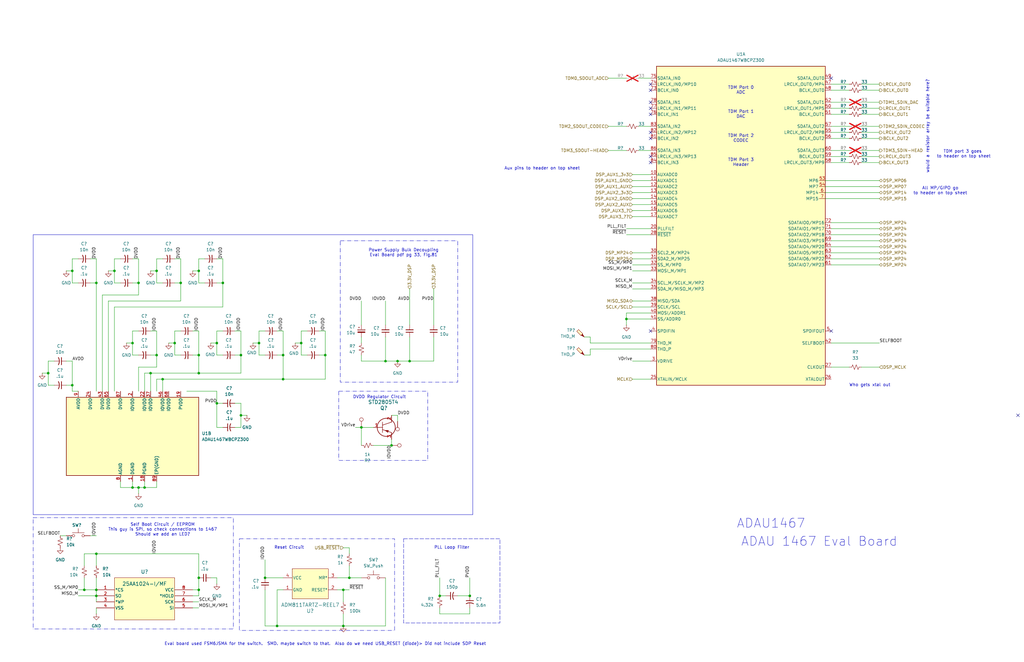
<source format=kicad_sch>
(kicad_sch (version 20250114) (generator "eeschema") (generator_version "9.0")
  (paper "B")
  (title_block (title "Digital Audio Processor ADAU1467") (date "2025-12-31") (rev "0.0") (company "Andy McCann KA3KAF and Doug McCann KA3KAG"))
  (rectangle (start 143.51 101.6) (end 193.04 161.29) (stroke (width 0) (type dash_dot)))
  (rectangle (start 142.875 165.1) (end 180.34 194.31) (stroke (width 0) (type dash_dot)))
  (rectangle (start 100.965 227.33) (end 166.37 266.065) (stroke (width 0) (type dash_dot)))
  (rectangle (start 170.18 227.33) (end 210.82 262.89) (stroke (width 0) (type dash)))
  (rectangle (start 13.97 99.06) (end 199.39 217.17))
  (rectangle (start 13.97 218.44) (end 98.425 265.43) (stroke (width 0) (type dash_dot)))
  (text "PLL Loop Filter" (at 190.5 231.14 0) (effects (font (size 1.27 1.27))))
  (text "Who gets xtal out" (at 366.776 162.56 0) (effects (font (size 1.27 1.27))))
  (text "TDM Port 1\nDAC" (at 312.42 48.26 0) (effects (font (size 1.27 1.27))))
  (text "Aux pins to header on top sheet" (at 228.6 71.12 0) (effects (font (size 1.27 1.27))))
  (text "would a resistor array be suitable here?" (at 391.16 53.34 90) (effects (font (size 1.27 1.27))))
  (text "DVDD Regulator Circuit" (at 160.02 167.64 0) (effects (font (size 1.27 1.27))))
  (text "TDM port 3 goes \nto header on top sheet" (at 406.4 65.024 0) (effects (font (size 1.27 1.27))))
  (text "TDM Port 2\nCODEC" (at 312.42 58.42 0) (effects (font (size 1.27 1.27))))
  (text "Reset Circuit" (at 121.92 231.14 0) (effects (font (size 1.27 1.27))))
  (text "ADAU 1467 Eval Board" (at 345.44 228.6 0) (effects (font (size 3.81 3.81))))
  (text "ADAU1467" (at 325.12 220.98 0) (effects (font (size 3.81 3.81))))
  (text "TDM Port 3\nHeader" (at 312.42 68.58 0) (effects (font (size 1.27 1.27))))
  (text "All MP/GIPO go\nto header on top sheet" (at 396.494 80.518 0) (effects (font (size 1.27 1.27))))
  (text "Self Boot Circuit / EEPROM\nThis guy is SPI, so check connections to 1467\nShould we add an LED?" (at 68.58 223.52 0) (effects (font (size 1.27 1.27))))
  (text "TDM Port 0\nADC" (at 312.42 38.1 0) (effects (font (size 1.27 1.27))))
  (text "Power Supply Bulk Decoupling\nEval Board pdf pg 33, Fig.81" (at 170.18 106.68 0) (effects (font (size 1.27 1.27))))
  (text "Eval board used FSM6JSMA for the switch.  SMD. maybe switch to that.  Also do we need USB_RESET (diode)> Did not include SDP Reset" (at 137.16 271.78 0) (effects (font (size 1.27 1.27))))
  (junction (at 198.12 251.46))
  (junction (at 40.64 233.68))
  (junction (at 162.56 152.4))
  (junction (at 66.04 114.3))
  (junction (at 66.04 149.86))
  (junction (at 35.56 248.92))
  (junction (at 83.82 114.3))
  (junction (at 83.82 149.86))
  (junction (at 91.44 144.78))
  (junction (at 73.66 144.78))
  (junction (at 172.72 152.4))
  (junction (at 127 144.78))
  (junction (at 147.32 243.84))
  (junction (at 40.64 119.38))
  (junction (at 63.5 157.48))
  (junction (at 40.64 251.46))
  (junction (at 165.1 187.96))
  (junction (at 264.16 134.62))
  (junction (at 83.82 248.92))
  (junction (at 30.48 162.56))
  (junction (at 76.2 119.38))
  (junction (at 83.82 157.48))
  (junction (at 144.78 248.92))
  (junction (at 55.88 205.74))
  (junction (at 58.42 205.74))
  (junction (at 111.76 243.84))
  (junction (at 144.78 264.16))
  (junction (at 58.42 119.38))
  (junction (at 185.42 251.46))
  (junction (at 40.64 248.92))
  (junction (at 101.6 175.26))
  (junction (at 116.84 264.16))
  (junction (at 68.58 160.02))
  (junction (at 48.26 114.3))
  (junction (at 109.22 144.78))
  (junction (at 137.16 149.86))
  (junction (at 60.96 205.74))
  (junction (at 91.44 170.18))
  (junction (at 119.38 149.86))
  (junction (at 55.88 144.78))
  (junction (at 167.64 152.4))
  (junction (at 101.6 149.86))
  (junction (at 152.4 180.34))
  (junction (at 83.82 243.84))
  (junction (at 93.98 119.38))
  (junction (at 20.32 157.48))
  (junction (at 119.38 160.02))
  (junction (at 30.48 114.3))
  (no_connect (at 274.32 38.1))
  (no_connect (at 274.32 66.04))
  (no_connect (at 274.32 35.56))
  (no_connect (at 274.32 139.7))
  (no_connect (at 274.32 45.72))
  (no_connect (at 274.32 48.26))
  (no_connect (at 429.26 175.26))
  (no_connect (at 274.32 68.58))
  (no_connect (at 350.52 33.02))
  (no_connect (at 274.32 58.42))
  (no_connect (at 350.52 139.7))
  (no_connect (at 274.32 43.18))
  (no_connect (at 274.32 55.88))
  (wire (pts (xy 40.64 226.06) (xy 38.1 226.06)))
  (wire (pts (xy 266.7 109.22) (xy 274.32 109.22)))
  (wire (pts (xy 55.88 203.2) (xy 55.88 205.74)))
  (wire (pts (xy 55.88 119.38) (xy 58.42 119.38)))
  (wire (pts (xy 350.52 144.78) (xy 370.84 144.78)))
  (wire (pts (xy 27.94 152.4) (xy 30.48 152.4)))
  (wire (pts (xy 246.38 142.24) (xy 248.92 142.24)))
  (wire (pts (xy 152.4 142.24) (xy 152.4 144.78)))
  (wire (pts (xy 83.82 157.48) (xy 101.6 157.48)))
  (wire (pts (xy 350.52 35.56) (xy 358.14 35.56)))
  (wire (pts (xy 350.52 66.04) (xy 358.14 66.04)))
  (wire (pts (xy 266.7 76.2) (xy 274.32 76.2)))
  (wire (pts (xy 264.16 132.08) (xy 264.16 134.62)))
  (wire (pts (xy 111.76 243.84) (xy 119.38 243.84)))
  (wire (pts (xy 45.72 114.3) (xy 48.26 114.3)))
  (wire (pts (xy 93.98 149.86) (xy 91.44 149.86)))
  (wire (pts (xy 269.24 63.5) (xy 274.32 63.5)))
  (wire (pts (xy 68.58 160.02) (xy 119.38 160.02)))
  (wire (pts (xy 185.42 256.54) (xy 185.42 259.08)))
  (wire (pts (xy 43.18 124.46) (xy 43.18 165.1)))
  (wire (pts (xy 106.68 144.78) (xy 109.22 144.78)))
  (wire (pts (xy 152.4 180.34) (xy 152.4 187.96)))
  (wire (pts (xy 162.56 152.4) (xy 167.64 152.4)))
  (wire (pts (xy 347.98 83.82) (xy 370.84 83.82)))
  (wire (pts (xy 45.72 127) (xy 45.72 165.1)))
  (wire (pts (xy 50.8 119.38) (xy 48.26 119.38)))
  (wire (pts (xy 363.22 154.94) (xy 370.84 154.94)))
  (wire (pts (xy 68.58 160.02) (xy 68.58 165.1)))
  (wire (pts (xy 350.52 106.68) (xy 370.84 106.68)))
  (wire (pts (xy 81.28 256.54) (xy 83.82 256.54)))
  (wire (pts (xy 363.22 45.72) (xy 370.84 45.72)))
  (wire (pts (xy 83.82 251.46) (xy 83.82 248.92)))
  (wire (pts (xy 63.5 157.48) (xy 63.5 165.1)))
  (wire (pts (xy 58.42 124.46) (xy 58.42 119.38)))
  (wire (pts (xy 17.78 157.48) (xy 20.32 157.48)))
  (wire (pts (xy 347.98 81.28) (xy 370.84 81.28)))
  (wire (pts (xy 162.56 142.24) (xy 162.56 152.4)))
  (wire (pts (xy 363.22 43.18) (xy 370.84 43.18)))
  (wire (pts (xy 256.54 53.34) (xy 264.16 53.34)))
  (wire (pts (xy 144.78 254) (xy 144.78 248.92)))
  (wire (pts (xy 246.38 149.86) (xy 248.92 149.86)))
  (wire (pts (xy 162.56 127) (xy 162.56 137.16)))
  (wire (pts (xy 182.88 142.24) (xy 182.88 152.4)))
  (wire (pts (xy 81.28 139.7) (xy 83.82 139.7)))
  (wire (pts (xy 63.5 149.86) (xy 66.04 149.86)))
  (wire (pts (xy 182.88 121.92) (xy 182.88 137.16)))
  (wire (pts (xy 93.98 129.54) (xy 93.98 119.38)))
  (wire (pts (xy 165.1 185.42) (xy 165.1 187.96)))
  (wire (pts (xy 193.04 251.46) (xy 198.12 251.46)))
  (wire (pts (xy 129.54 139.7) (xy 127 139.7)))
  (wire (pts (xy 266.7 129.54) (xy 274.32 129.54)))
  (wire (pts (xy 55.88 109.22) (xy 58.42 109.22)))
  (wire (pts (xy 83.82 119.38) (xy 83.82 114.3)))
  (wire (pts (xy 256.54 63.5) (xy 264.16 63.5)))
  (wire (pts (xy 167.64 177.8) (xy 167.64 175.26)))
  (wire (pts (xy 91.44 149.86) (xy 91.44 144.78)))
  (wire (pts (xy 27.94 162.56) (xy 30.48 162.56)))
  (wire (pts (xy 30.48 152.4) (xy 30.48 162.56)))
  (wire (pts (xy 66.04 154.94) (xy 66.04 149.86)))
  (wire (pts (xy 152.4 149.86) (xy 152.4 152.4)))
  (wire (pts (xy 40.64 233.68) (xy 40.64 238.76)))
  (wire (pts (xy 116.84 149.86) (xy 119.38 149.86)))
  (wire (pts (xy 350.52 45.72) (xy 358.14 45.72)))
  (wire (pts (xy 99.06 139.7) (xy 101.6 139.7)))
  (wire (pts (xy 363.22 48.26) (xy 370.84 48.26)))
  (wire (pts (xy 55.88 144.78) (xy 55.88 139.7)))
  (wire (pts (xy 266.7 127) (xy 274.32 127)))
  (wire (pts (xy 22.86 162.56) (xy 20.32 162.56)))
  (wire (pts (xy 86.36 119.38) (xy 83.82 119.38)))
  (wire (pts (xy 350.52 154.94) (xy 358.14 154.94)))
  (wire (pts (xy 363.22 55.88) (xy 370.84 55.88)))
  (wire (pts (xy 48.26 129.54) (xy 93.98 129.54)))
  (wire (pts (xy 350.52 68.58) (xy 358.14 68.58)))
  (wire (pts (xy 111.76 139.7) (xy 109.22 139.7)))
  (wire (pts (xy 73.66 119.38) (xy 76.2 119.38)))
  (wire (pts (xy 266.7 121.92) (xy 274.32 121.92)))
  (wire (pts (xy 30.48 119.38) (xy 30.48 114.3)))
  (wire (pts (xy 83.82 114.3) (xy 83.82 109.22)))
  (wire (pts (xy 363.22 58.42) (xy 370.84 58.42)))
  (wire (pts (xy 185.42 259.08) (xy 198.12 259.08)))
  (wire (pts (xy 256.54 33.02) (xy 264.16 33.02)))
  (wire (pts (xy 269.24 53.34) (xy 274.32 53.34)))
  (wire (pts (xy 81.28 114.3) (xy 83.82 114.3)))
  (wire (pts (xy 101.6 149.86) (xy 101.6 139.7)))
  (wire (pts (xy 137.16 149.86) (xy 137.16 139.7)))
  (wire (pts (xy 20.32 157.48) (xy 20.32 152.4)))
  (wire (pts (xy 157.48 187.96) (xy 165.1 187.96)))
  (wire (pts (xy 266.7 73.66) (xy 274.32 73.66)))
  (wire (pts (xy 99.06 149.86) (xy 101.6 149.86)))
  (wire (pts (xy 40.64 109.22) (xy 40.64 119.38)))
  (wire (pts (xy 38.1 109.22) (xy 40.64 109.22)))
  (wire (pts (xy 76.2 139.7) (xy 73.66 139.7)))
  (wire (pts (xy 48.26 114.3) (xy 48.26 109.22)))
  (wire (pts (xy 119.38 160.02) (xy 119.38 149.86)))
  (wire (pts (xy 22.86 152.4) (xy 20.32 152.4)))
  (wire (pts (xy 147.32 231.14) (xy 147.32 233.68)))
  (wire (pts (xy 83.82 248.92) (xy 81.28 248.92)))
  (wire (pts (xy 66.04 119.38) (xy 66.04 114.3)))
  (wire (pts (xy 73.66 144.78) (xy 73.66 139.7)))
  (wire (pts (xy 269.24 33.02) (xy 274.32 33.02)))
  (wire (pts (xy 264.16 134.62) (xy 264.16 137.16)))
  (wire (pts (xy 60.96 157.48) (xy 60.96 165.1)))
  (wire (pts (xy 71.12 144.78) (xy 73.66 144.78)))
  (wire (pts (xy 129.54 149.86) (xy 127 149.86)))
  (wire (pts (xy 127 149.86) (xy 127 144.78)))
  (wire (pts (xy 274.32 134.62) (xy 264.16 134.62)))
  (wire (pts (xy 58.42 154.94) (xy 66.04 154.94)))
  (wire (pts (xy 58.42 205.74) (xy 60.96 205.74)))
  (wire (pts (xy 50.8 205.74) (xy 55.88 205.74)))
  (wire (pts (xy 266.7 160.02) (xy 274.32 160.02)))
  (wire (pts (xy 81.28 254) (xy 83.82 254)))
  (wire (pts (xy 58.42 139.7) (xy 55.88 139.7)))
  (wire (pts (xy 119.38 160.02) (xy 137.16 160.02)))
  (wire (pts (xy 78.74 165.1) (xy 91.44 165.1)))
  (wire (pts (xy 248.92 144.78) (xy 274.32 144.78)))
  (wire (pts (xy 48.26 119.38) (xy 48.26 114.3)))
  (wire (pts (xy 33.02 109.22) (xy 30.48 109.22)))
  (wire (pts (xy 350.52 101.6) (xy 370.84 101.6)))
  (wire (pts (xy 68.58 109.22) (xy 66.04 109.22)))
  (wire (pts (xy 266.7 114.3) (xy 274.32 114.3)))
  (wire (pts (xy 198.12 259.08) (xy 198.12 256.54)))
  (wire (pts (xy 111.76 236.22) (xy 111.76 243.84)))
  (wire (pts (xy 347.98 76.2) (xy 370.84 76.2)))
  (wire (pts (xy 266.7 119.38) (xy 274.32 119.38)))
  (wire (pts (xy 83.82 233.68) (xy 83.82 243.84)))
  (wire (pts (xy 91.44 144.78) (xy 91.44 139.7)))
  (wire (pts (xy 185.42 251.46) (xy 187.96 251.46)))
  (wire (pts (xy 248.92 147.32) (xy 274.32 147.32)))
  (wire (pts (xy 91.44 170.18) (xy 91.44 180.34)))
  (wire (pts (xy 363.22 35.56) (xy 370.84 35.56)))
  (wire (pts (xy 55.88 149.86) (xy 55.88 144.78)))
  (wire (pts (xy 27.94 226.06) (xy 25.4 226.06)))
  (wire (pts (xy 147.32 243.84) (xy 152.4 243.84)))
  (wire (pts (xy 144.78 248.92) (xy 142.24 248.92)))
  (wire (pts (xy 363.22 63.5) (xy 370.84 63.5)))
  (wire (pts (xy 172.72 142.24) (xy 172.72 152.4)))
  (wire (pts (xy 58.42 109.22) (xy 58.42 119.38)))
  (wire (pts (xy 93.98 170.18) (xy 91.44 170.18)))
  (wire (pts (xy 99.06 170.18) (xy 101.6 170.18)))
  (wire (pts (xy 63.5 157.48) (xy 83.82 157.48)))
  (wire (pts (xy 124.46 144.78) (xy 127 144.78)))
  (wire (pts (xy 40.64 256.54) (xy 40.64 259.08)))
  (wire (pts (xy 33.02 119.38) (xy 30.48 119.38)))
  (wire (pts (xy 66.04 114.3) (xy 66.04 109.22)))
  (wire (pts (xy 101.6 157.48) (xy 101.6 149.86)))
  (wire (pts (xy 109.22 144.78) (xy 109.22 139.7)))
  (wire (pts (xy 73.66 149.86) (xy 73.66 144.78)))
  (wire (pts (xy 63.5 139.7) (xy 66.04 139.7)))
  (wire (pts (xy 104.14 175.26) (xy 101.6 175.26)))
  (wire (pts (xy 144.78 231.14) (xy 147.32 231.14)))
  (wire (pts (xy 91.44 165.1) (xy 91.44 170.18)))
  (wire (pts (xy 350.52 93.98) (xy 370.84 93.98)))
  (wire (pts (xy 91.44 243.84) (xy 91.44 246.38)))
  (wire (pts (xy 66.04 160.02) (xy 66.04 165.1)))
  (wire (pts (xy 99.06 180.34) (xy 101.6 180.34)))
  (wire (pts (xy 91.44 119.38) (xy 93.98 119.38)))
  (wire (pts (xy 266.7 111.76) (xy 274.32 111.76)))
  (wire (pts (xy 33.02 248.92) (xy 35.56 248.92)))
  (wire (pts (xy 83.82 157.48) (xy 83.82 149.86)))
  (wire (pts (xy 55.88 205.74) (xy 58.42 205.74)))
  (wire (pts (xy 152.4 180.34) (xy 157.48 180.34)))
  (wire (pts (xy 76.2 127) (xy 76.2 119.38)))
  (wire (pts (xy 35.56 233.68) (xy 35.56 238.76)))
  (wire (pts (xy 266.7 81.28) (xy 274.32 81.28)))
  (wire (pts (xy 60.96 157.48) (xy 63.5 157.48)))
  (wire (pts (xy 40.64 119.38) (xy 40.64 165.1)))
  (wire (pts (xy 109.22 149.86) (xy 109.22 144.78)))
  (wire (pts (xy 111.76 264.16) (xy 116.84 264.16)))
  (wire (pts (xy 248.92 142.24) (xy 248.92 144.78)))
  (wire (pts (xy 93.98 119.38) (xy 93.98 109.22)))
  (wire (pts (xy 363.22 53.34) (xy 370.84 53.34)))
  (wire (pts (xy 60.96 203.2) (xy 60.96 205.74)))
  (wire (pts (xy 116.84 248.92) (xy 116.84 264.16)))
  (wire (pts (xy 45.72 127) (xy 76.2 127)))
  (wire (pts (xy 147.32 238.76) (xy 147.32 243.84)))
  (wire (pts (xy 60.96 205.74) (xy 66.04 205.74)))
  (wire (pts (xy 88.9 243.84) (xy 91.44 243.84)))
  (wire (pts (xy 66.04 160.02) (xy 68.58 160.02)))
  (wire (pts (xy 350.52 63.5) (xy 358.14 63.5)))
  (wire (pts (xy 38.1 119.38) (xy 40.64 119.38)))
  (wire (pts (xy 91.44 109.22) (xy 93.98 109.22)))
  (wire (pts (xy 93.98 180.34) (xy 91.44 180.34)))
  (wire (pts (xy 350.52 96.52) (xy 370.84 96.52)))
  (wire (pts (xy 30.48 162.56) (xy 30.48 165.1)))
  (wire (pts (xy 363.22 68.58) (xy 370.84 68.58)))
  (wire (pts (xy 35.56 248.92) (xy 40.64 248.92)))
  (wire (pts (xy 134.62 149.86) (xy 137.16 149.86)))
  (wire (pts (xy 27.94 114.3) (xy 30.48 114.3)))
  (wire (pts (xy 347.98 78.74) (xy 370.84 78.74)))
  (wire (pts (xy 66.04 203.2) (xy 66.04 205.74)))
  (wire (pts (xy 58.42 205.74) (xy 58.42 208.28)))
  (wire (pts (xy 266.7 88.9) (xy 274.32 88.9)))
  (wire (pts (xy 50.8 203.2) (xy 50.8 205.74)))
  (wire (pts (xy 68.58 119.38) (xy 66.04 119.38)))
  (wire (pts (xy 350.52 109.22) (xy 370.84 109.22)))
  (wire (pts (xy 162.56 264.16) (xy 144.78 264.16)))
  (wire (pts (xy 350.52 111.76) (xy 370.84 111.76)))
  (wire (pts (xy 93.98 139.7) (xy 91.44 139.7)))
  (wire (pts (xy 198.12 243.84) (xy 198.12 251.46)))
  (wire (pts (xy 142.24 243.84) (xy 147.32 243.84)))
  (wire (pts (xy 35.56 233.68) (xy 40.64 233.68)))
  (wire (pts (xy 172.72 152.4) (xy 182.88 152.4)))
  (wire (pts (xy 137.16 160.02) (xy 137.16 149.86)))
  (wire (pts (xy 152.4 152.4) (xy 162.56 152.4)))
  (wire (pts (xy 119.38 149.86) (xy 119.38 139.7)))
  (wire (pts (xy 48.26 129.54) (xy 48.26 165.1)))
  (wire (pts (xy 81.28 149.86) (xy 83.82 149.86)))
  (wire (pts (xy 35.56 243.84) (xy 35.56 248.92)))
  (wire (pts (xy 40.64 248.92) (xy 40.64 243.84)))
  (wire (pts (xy 350.52 58.42) (xy 358.14 58.42)))
  (wire (pts (xy 30.48 114.3) (xy 30.48 109.22)))
  (wire (pts (xy 111.76 149.86) (xy 109.22 149.86)))
  (wire (pts (xy 185.42 243.84) (xy 185.42 251.46)))
  (wire (pts (xy 127 144.78) (xy 127 139.7)))
  (wire (pts (xy 119.38 248.92) (xy 116.84 248.92)))
  (wire (pts (xy 264.16 96.52) (xy 274.32 96.52)))
  (wire (pts (xy 86.36 109.22) (xy 83.82 109.22)))
  (wire (pts (xy 40.64 233.68) (xy 83.82 233.68)))
  (wire (pts (xy 33.02 251.46) (xy 40.64 251.46)))
  (wire (pts (xy 350.52 48.26) (xy 358.14 48.26)))
  (wire (pts (xy 152.4 127) (xy 152.4 137.16)))
  (wire (pts (xy 58.42 154.94) (xy 58.42 165.1)))
  (wire (pts (xy 248.92 149.86) (xy 248.92 147.32)))
  (wire (pts (xy 363.22 66.04) (xy 370.84 66.04)))
  (wire (pts (xy 266.7 83.82) (xy 274.32 83.82)))
  (wire (pts (xy 134.62 139.7) (xy 137.16 139.7)))
  (wire (pts (xy 264.16 99.06) (xy 274.32 99.06)))
  (wire (pts (xy 162.56 243.84) (xy 162.56 264.16)))
  (wire (pts (xy 83.82 149.86) (xy 83.82 139.7)))
  (wire (pts (xy 40.64 251.46) (xy 40.64 248.92)))
  (wire (pts (xy 63.5 114.3) (xy 66.04 114.3)))
  (wire (pts (xy 101.6 175.26) (xy 101.6 170.18)))
  (wire (pts (xy 144.78 264.16) (xy 144.78 259.08)))
  (wire (pts (xy 83.82 243.84) (xy 83.82 248.92)))
  (wire (pts (xy 76.2 149.86) (xy 73.66 149.86)))
  (wire (pts (xy 40.64 254) (xy 40.64 251.46)))
  (wire (pts (xy 76.2 109.22) (xy 76.2 119.38)))
  (wire (pts (xy 149.86 180.34) (xy 152.4 180.34)))
  (wire (pts (xy 350.52 43.18) (xy 358.14 43.18)))
  (wire (pts (xy 350.52 38.1) (xy 358.14 38.1)))
  (wire (pts (xy 266.7 86.36) (xy 274.32 86.36)))
  (wire (pts (xy 266.7 152.4) (xy 274.32 152.4)))
  (wire (pts (xy 144.78 248.92) (xy 147.32 248.92)))
  (wire (pts (xy 81.28 251.46) (xy 83.82 251.46)))
  (wire (pts (xy 30.48 165.1) (xy 33.02 165.1)))
  (wire (pts (xy 111.76 264.16) (xy 111.76 248.92)))
  (wire (pts (xy 58.42 149.86) (xy 55.88 149.86)))
  (wire (pts (xy 88.9 144.78) (xy 91.44 144.78)))
  (wire (pts (xy 165.1 175.26) (xy 167.64 175.26)))
  (wire (pts (xy 172.72 121.92) (xy 172.72 137.16)))
  (wire (pts (xy 43.18 124.46) (xy 58.42 124.46)))
  (wire (pts (xy 66.04 149.86) (xy 66.04 139.7)))
  (wire (pts (xy 101.6 180.34) (xy 101.6 175.26)))
  (wire (pts (xy 350.52 104.14) (xy 370.84 104.14)))
  (wire (pts (xy 266.7 106.68) (xy 274.32 106.68)))
  (wire (pts (xy 266.7 91.44) (xy 274.32 91.44)))
  (wire (pts (xy 266.7 78.74) (xy 274.32 78.74)))
  (wire (pts (xy 350.52 99.06) (xy 370.84 99.06)))
  (wire (pts (xy 274.32 132.08) (xy 264.16 132.08)))
  (wire (pts (xy 350.52 55.88) (xy 358.14 55.88)))
  (wire (pts (xy 20.32 162.56) (xy 20.32 157.48)))
  (wire (pts (xy 116.84 139.7) (xy 119.38 139.7)))
  (wire (pts (xy 53.34 144.78) (xy 55.88 144.78)))
  (wire (pts (xy 350.52 53.34) (xy 358.14 53.34)))
  (wire (pts (xy 116.84 264.16) (xy 144.78 264.16)))
  (wire (pts (xy 73.66 109.22) (xy 76.2 109.22)))
  (wire (pts (xy 50.8 109.22) (xy 48.26 109.22)))
  (wire (pts (xy 167.64 152.4) (xy 172.72 152.4)))
  (wire (pts (xy 363.22 38.1) (xy 370.84 38.1)))
  (label "AVDD" (at 30.48 152.4 0))
  (label "VDrive" (at 266.7 152.4 180))
  (label "IOVDD" (at 40.64 226.06 90))
  (label "IOVDD" (at 83.82 139.7 90))
  (label "PLL_FILT" (at 185.42 243.84 90))
  (label "PLL_FILT" (at 264.16 96.52 180))
  (label "DVDD" (at 167.64 175.26 0))
  (label "MOSI_M{slash}MP1" (at 266.7 114.3 180))
  (label "~{RESET}" (at 264.16 99.06 180))
  (label "DVDD" (at 40.64 109.22 90))
  (label "DVDD" (at 58.42 109.22 90))
  (label "PVDD" (at 182.88 127 180))
  (label "VDrive" (at 149.86 180.34 180))
  (label "SCLK_M" (at 266.7 119.38 180))
  (label "IOVDD" (at 66.04 139.7 90))
  (label "SELFBOOT" (at 370.84 144.78 0))
  (label "IOVDD" (at 66.04 233.68 90))
  (label "AVDD" (at 172.72 127 180))
  (label "DVDD" (at 93.98 109.22 90))
  (label "IOVDD" (at 111.76 236.22 90))
  (label "IOVDD" (at 119.38 139.7 90))
  (label "MOSI_M{slash}MP1" (at 83.82 256.54 0))
  (label "DVDD" (at 76.2 109.22 90))
  (label "IOVDD" (at 162.56 127 180))
  (label "DVDD" (at 152.4 127 180))
  (label "PVDD" (at 91.44 170.18 180))
  (label "PVDD" (at 198.12 243.84 90))
  (label "SS_M{slash}MP0" (at 266.7 111.76 180))
  (label "MiSO_M" (at 266.7 121.92 180))
  (label "~{RESET}" (at 147.32 248.92 0))
  (label "SCLK_M" (at 83.82 254 0))
  (label "IOVDD" (at 101.6 139.7 90))
  (label "IOVDD" (at 165.1 187.96 270))
  (label "SS_M{slash}MP0" (at 33.02 248.92 180))
  (label "SELFBOOT" (at 25.4 226.06 180))
  (label "MiSO_M" (at 33.02 251.46 180))
  (label "IOVDD" (at 137.16 139.7 90))
  (hierarchical_label "DSP_MP24" (shape bidirectional) (at 370.84 93.98 0))
  (hierarchical_label "DSP_MP24" (shape bidirectional) (at 370.84 106.68 0))
  (hierarchical_label "DSP_AUX3_??" (shape input) (at 266.7 91.44 180))
  (hierarchical_label "TDM2_SDIN_CODEC" (shape output) (at 370.84 53.34 0))
  (hierarchical_label "DSP_MP24" (shape bidirectional) (at 266.7 106.68 180))
  (hierarchical_label "USB_~{RESET}" (shape input) (at 144.78 231.14 180))
  (hierarchical_label "DSP_MP06" (shape bidirectional) (at 370.84 76.2 0))
  (hierarchical_label "DSP_MP24" (shape bidirectional) (at 370.84 99.06 0))
  (hierarchical_label "MCLK" (shape input) (at 266.7 160.02 180))
  (hierarchical_label "TDM2_SDOUT_CODEC" (shape input) (at 256.54 53.34 180))
  (hierarchical_label "DSP_MP24" (shape bidirectional) (at 370.84 109.22 0))
  (hierarchical_label "BCLK_OUT3" (shape output) (at 370.84 68.58 0))
  (hierarchical_label "DSP_AUX2_3v3" (shape input) (at 266.7 81.28 180))
  (hierarchical_label "LRCLK_OUT1" (shape output) (at 370.84 45.72 0))
  (hierarchical_label "3.3V_DSP" (shape input) (at 172.72 121.92 90))
  (hierarchical_label "DSP_AUX1_3v3" (shape input) (at 266.7 73.66 180))
  (hierarchical_label "DSP_MP07" (shape bidirectional) (at 370.84 78.74 0))
  (hierarchical_label "DSP_MP24" (shape bidirectional) (at 370.84 104.14 0))
  (hierarchical_label "MISO_SDA" (shape bidirectional) (at 266.7 127 180))
  (hierarchical_label "BCLK_OUT1" (shape output) (at 370.84 48.26 0))
  (hierarchical_label "DSP_MP24" (shape bidirectional) (at 370.84 101.6 0))
  (hierarchical_label "DSP_MP24" (shape bidirectional) (at 370.84 111.76 0))
  (hierarchical_label "DSP_MP25" (shape bidirectional) (at 266.7 109.22 180))
  (hierarchical_label "DSP_MP24" (shape bidirectional) (at 370.84 96.52 0))
  (hierarchical_label "DSP_AUX3_?" (shape input) (at 266.7 88.9 180))
  (hierarchical_label "TDM3_SDIN-HEAD" (shape output) (at 370.84 63.5 0))
  (hierarchical_label "BCLK_OUT2" (shape output) (at 370.84 58.42 0))
  (hierarchical_label "DSP_AUX2_GND" (shape input) (at 266.7 83.82 180))
  (hierarchical_label "SCLK{slash}SCL" (shape input) (at 266.7 129.54 180))
  (hierarchical_label "BCLK_OUT0" (shape output) (at 370.84 38.1 0))
  (hierarchical_label "DSP_MCLK" (shape input) (at 370.84 154.94 0))
  (hierarchical_label "3.3V_DSP" (shape input) (at 182.88 121.92 90))
  (hierarchical_label "TDM3_SDOUT-HEAD" (shape input) (at 256.54 63.5 180))
  (hierarchical_label "DSP_MP14" (shape bidirectional) (at 370.84 81.28 0))
  (hierarchical_label "DSP_AUX1_AUX" (shape input) (at 266.7 78.74 180))
  (hierarchical_label "LRCLK_OUT0" (shape output) (at 370.84 35.56 0))
  (hierarchical_label "DSP_AUX2_AUX" (shape input) (at 266.7 86.36 180))
  (hierarchical_label "TDM0_SDOUT_ADC" (shape input) (at 256.54 33.02 180))
  (hierarchical_label "LRCLK_OUT3" (shape output) (at 370.84 66.04 0))
  (hierarchical_label "TDM1_SDIN_DAC" (shape output) (at 370.84 43.18 0))
  (hierarchical_label "DSP_MP15" (shape bidirectional) (at 370.84 83.82 0))
  (hierarchical_label "DSP_AUX1_GND" (shape input) (at 266.7 76.2 180))
  (hierarchical_label "LRCLK_OUT2" (shape output) (at 370.84 55.88 0))
  (symbol (lib_id "Device:C_Small_US") (at 96.52 180.34 90) (unit 1)
    (property "Reference" "C?" (at 96.647 173.99 90))
    (property "Value" ".1u" (at 96.647 176.53 90))
    (property "Description" "capacitor, small US symbol" (effects (hide yes)))
  )
  (symbol (lib_id "Device:R_Small_US") (at 152.4 147.32 0) (mirror y) (unit 1)
    (property "Reference" "R?" (at 149.86 146.0499 0) (effects (justify left)))
    (property "Value" "47" (at 149.86 148.5899 0) (effects (justify left)))
    (property "Description" "Resistor, small US symbol" (effects (hide yes)))
  )
  (symbol (lib_id "Device:R_Small_US") (at 360.68 35.56 270) (unit 1)
    (property "Reference" "R?" (at 355.6 34.544 90))
    (property "Value" "33" (at 364.49 34.544 90))
    (property "Description" "Resistor, small US symbol" (effects (hide yes)))
  )
  (symbol (lib_id "Device:C_Small_US") (at 60.96 139.7 270) (mirror x) (unit 1)
    (property "Reference" "C?" (at 60.833 133.35 90))
    (property "Value" "10n" (at 60.833 135.89 90))
    (property "Description" "capacitor, small US symbol" (effects (hide yes)))
  )
  (symbol (lib_id "Device:C_Small_US") (at 60.96 149.86 270) (mirror x) (unit 1)
    (property "Reference" "C?" (at 60.833 143.51 90))
    (property "Value" ".1u" (at 60.833 146.05 90))
    (property "Description" "capacitor, small US symbol" (effects (hide yes)))
  )
  (symbol (lib_id "Device:R_Small_US") (at 147.32 236.22 0) (mirror x) (unit 1)
    (property "Reference" "R?" (at 144.78 234.9499 0) (effects (justify right)))
    (property "Value" "1k" (at 144.78 237.4899 0) (effects (justify right)))
    (property "Description" "Resistor, small US symbol" (effects (hide yes)))
  )
  (symbol (lib_id "Device:C_Small") (at 162.56 139.7 180) (unit 1)
    (property "Reference" "C?" (at 160.02 138.4235 0) (effects (justify left)))
    (property "Value" "10u" (at 160.02 140.9635 0) (effects (justify left)))
    (property "Description" "Unpolarized capacitor, small symbol" (effects (hide yes)))
  )
  (symbol (lib_id "power:GND") (at 81.28 114.3 0) (mirror y) (unit 1)
    (property "Reference" "#PWR?" (effects (hide yes)))
    (property "Value" "GND" (at 81.28 119.38 0))
    (property "Description" "Power symbol creates a global label with name \"GND\" , ground" (effects (hide yes)))
  )
  (symbol (lib_id "Switch:SW_Push") (at 33.02 226.06 0) (mirror y) (unit 1)
    (property "Reference" "SW?" (at 32.385 221.615 0))
    (property "Value" "SW_Push" (effects (hide yes)))
    (property "Footprint" "Button_Switch_THT:SW_PUSH_6mm" (effects (hide yes)))
    (property "Datasheet" "https://omronfs.omron.com/en_US/ecb/products/pdf/en-b3f.pdf" (effects (hide yes)))
    (property "Description" "Push button switch, generic, two pins" (effects (hide yes)))
  )
  (symbol (lib_id "Device:R_Small_US") (at 154.94 187.96 90) (mirror x) (unit 1)
    (property "Reference" "R?" (at 154.94 194.31 90))
    (property "Value" "1k" (at 154.94 191.77 90))
    (property "Description" "Resistor, small US symbol" (effects (hide yes)))
  )
  (symbol (lib_id "Device:R_Small_US") (at 360.68 68.58 270) (unit 1)
    (property "Reference" "R?" (at 355.6 67.564 90))
    (property "Value" "33" (at 364.49 67.564 90))
    (property "Description" "Resistor, small US symbol" (effects (hide yes)))
  )
  (symbol (lib_id "Device:R_Small_US") (at 266.7 63.5 270) (unit 1)
    (property "Reference" "R?" (at 261.62 62.484 90))
    (property "Value" "33" (at 270.51 62.484 90))
    (property "Description" "Resistor, small US symbol" (effects (hide yes)))
  )
  (symbol (lib_id "Device:R_Small_US") (at 360.68 63.5 270) (unit 1) (dnp yes)
    (property "Reference" "R?" (at 355.6 62.484 90))
    (property "Value" "33" (at 364.49 62.484 90))
    (property "Description" "Resistor, small US symbol" (effects (hide yes)))
  )
  (symbol (lib_id "Connector:TestPoint_Probe") (at 246.38 142.24 0) (mirror y) (unit 1)
    (property "Reference" "TP?" (at 242.57 139.3824 0) (effects (justify left)))
    (property "Value" "THD_M" (at 242.57 141.9224 0) (effects (justify left)))
    (property "Description" "test point (alternative probe-style design)" (effects (hide yes)))
  )
  (symbol (lib_id "Device:C_Small_US") (at 25.4 152.4 270) (mirror x) (unit 1)
    (property "Reference" "C?" (at 25.273 146.05 90))
    (property "Value" "10n" (at 25.273 148.59 90))
    (property "Description" "capacitor, small US symbol" (effects (hide yes)))
  )
  (symbol (lib_id "power:GND") (at 91.44 246.38 0) (unit 1)
    (property "Reference" "#PWR?" (effects (hide yes)))
    (property "Value" "GND" (at 91.44 251.46 0))
    (property "Description" "Power symbol creates a global label with name \"GND\" , ground" (effects (hide yes)))
  )
  (symbol (lib_id "power:GND") (at 144.78 264.16 0) (unit 1)
    (property "Reference" "#PWR?" (effects (hide yes)))
    (property "Value" "GND" (effects (hide yes)))
    (property "Description" "Power symbol creates a global label with name \"GND\" , ground" (effects (hide yes)))
  )
  (symbol (lib_id "power:GND") (at 27.94 114.3 0) (mirror y) (unit 1)
    (property "Reference" "#PWR?" (effects (hide yes)))
    (property "Value" "GND" (at 27.94 119.38 0))
    (property "Description" "Power symbol creates a global label with name \"GND\" , ground" (effects (hide yes)))
  )
  (symbol (lib_id "nzif-a:ADM811TARTZ-REEL7") (at 130.81 246.38 0) (mirror x) (unit 1)
    (property "Reference" "U?" (at 130.81 257.81 0) (effects (font (size 1.524 1.524))))
    (property "Value" "ADM811TARTZ-REEL7" (at 130.81 255.27 0) (effects (font (size 1.524 1.524))))
    (property "Footprint" "nzif_footprints:RA_4_ADI" (effects (hide yes)))
    (property "Datasheet" "https://www.analog.com/media/en/technical-documentation/data-sheets/ADM811_812.pdf" (effects (hide yes)))
  )
  (symbol (lib_id "Device:R_Small_US") (at 360.68 154.94 90) (unit 1)
    (property "Reference" "R?" (at 360.68 148.59 90))
    (property "Value" "33" (at 360.68 151.13 90))
    (property "Description" "Resistor, small US symbol" (effects (hide yes)))
  )
  (symbol (lib_id "power:GND") (at 40.64 259.08 0) (unit 1)
    (property "Reference" "#PWR?" (effects (hide yes)))
    (property "Value" "GND" (at 40.64 264.16 0))
    (property "Description" "Power symbol creates a global label with name \"GND\" , ground" (effects (hide yes)))
  )
  (symbol (lib_id "power:GND") (at 88.9 144.78 0) (mirror y) (unit 1)
    (property "Reference" "#PWR?" (effects (hide yes)))
    (property "Value" "GND" (at 90.678 149.606 0) (effects (justify left)))
    (property "Description" "Power symbol creates a global label with name \"GND\" , ground" (effects (hide yes)))
  )
  (symbol (lib_id "Device:C_Small_US") (at 53.34 109.22 270) (mirror x) (unit 1)
    (property "Reference" "C?" (at 53.213 102.87 90))
    (property "Value" "10n" (at 53.213 105.41 90))
    (property "Description" "capacitor, small US symbol" (effects (hide yes)))
  )
  (symbol (lib_id "Device:C_Small") (at 172.72 139.7 0) (mirror x) (unit 1)
    (property "Reference" "C?" (at 170.18 138.4235 0) (effects (justify right)))
    (property "Value" "10u" (at 170.18 140.9635 0) (effects (justify right)))
    (property "Description" "Unpolarized capacitor, small symbol" (effects (hide yes)))
  )
  (symbol (lib_id "Device:C_Small_US") (at 88.9 109.22 270) (mirror x) (unit 1)
    (property "Reference" "C?" (at 88.773 102.87 90))
    (property "Value" "10n" (at 88.773 105.41 90))
    (property "Description" "capacitor, small US symbol" (effects (hide yes)))
  )
  (symbol (lib_id "Device:C_Small_US") (at 25.4 162.56 270) (mirror x) (unit 1)
    (property "Reference" "C?" (at 25.273 156.21 90))
    (property "Value" ".1u" (at 25.273 158.75 90))
    (property "Description" "capacitor, small US symbol" (effects (hide yes)))
  )
  (symbol (lib_id "Device:R_Small_US") (at 266.7 53.34 270) (unit 1)
    (property "Reference" "R?" (at 261.62 52.324 90))
    (property "Value" "33" (at 270.51 52.324 90))
    (property "Description" "Resistor, small US symbol" (effects (hide yes)))
  )
  (symbol (lib_id "Connector:TestPoint_Probe") (at 246.38 149.86 0) (mirror y) (unit 1)
    (property "Reference" "TP?" (at 242.57 147.0024 0) (effects (justify left)))
    (property "Value" "THD_P" (at 242.57 149.5424 0) (effects (justify left)))
    (property "Description" "test point (alternative probe-style design)" (effects (hide yes)))
  )
  (symbol (lib_id "Device:R_Small_US") (at 40.64 241.3 0) (unit 1)
    (property "Reference" "R?" (at 43.18 240.0299 0) (effects (justify left)))
    (property "Value" "10k" (at 43.18 242.5699 0) (effects (justify left)))
    (property "Description" "Resistor, small US symbol" (effects (hide yes)))
  )
  (symbol (lib_id "Connector:TestPoint") (at 152.4 180.34 0) (unit 1)
    (property "Reference" "TP?" (effects (hide yes)))
    (property "Value" "VDrive" (effects (hide yes)))
    (property "Description" "test point" (effects (hide yes)))
  )
  (symbol (lib_id "Device:C_Small_US") (at 198.12 254 0) (unit 1)
    (property "Reference" "C?" (at 200.66 252.8569 0) (effects (justify left)))
    (property "Value" "5.6n" (at 200.66 255.3969 0) (effects (justify left)))
    (property "Description" "capacitor, small US symbol" (effects (hide yes)))
  )
  (symbol (lib_id "Device:C_Small_US") (at 88.9 119.38 270) (mirror x) (unit 1)
    (property "Reference" "C?" (at 88.773 113.03 90))
    (property "Value" ".1u" (at 88.773 115.57 90))
    (property "Description" "capacitor, small US symbol" (effects (hide yes)))
  )
  (symbol (lib_id "nzif_radio_symbol_library:ADAU1467WBCPZ300") (at 55.88 185.42 0) (unit 2)
    (property "Reference" "U1" (at 85.09 182.8799 0) (effects (justify left)))
    (property "Value" "ADAU1467WBCPZ300" (at 85.09 185.4199 0) (effects (justify left)))
    (property "Footprint" "nzif_footprints:CP_88_10_ADI" (effects (hide yes)))
    (property "Datasheet" "https://www.analog.com/media/en/technical-documentation/data-sheets/ADAU1463-1467.pdf" (effects (hide yes)))
    (property "Description" "300MHz SigmaDSP Audio Processor, 8 ADC + 12 DAC Channels, 88-LFCSP" (effects (hide yes)))
  )
  (symbol (lib_id "Device:C_Small_US") (at 114.3 149.86 270) (mirror x) (unit 1)
    (property "Reference" "C?" (at 114.173 143.51 90))
    (property "Value" ".1u" (at 114.173 146.05 90))
    (property "Description" "capacitor, small US symbol" (effects (hide yes)))
  )
  (symbol (lib_id "power:GND") (at 63.5 114.3 0) (mirror y) (unit 1)
    (property "Reference" "#PWR?" (effects (hide yes)))
    (property "Value" "GND" (at 63.5 119.38 0))
    (property "Description" "Power symbol creates a global label with name \"GND\" , ground" (effects (hide yes)))
  )
  (symbol (lib_id "Switch:SW_Push") (at 157.48 243.84 0) (unit 1)
    (property "Reference" "SW?" (at 157.48 236.22 0))
    (property "Value" "SW_Push" (at 157.48 238.76 0))
    (property "Footprint" "Button_Switch_THT:SW_PUSH_6mm" (effects (hide yes)))
    (property "Datasheet" "https://omronfs.omron.com/en_US/ecb/products/pdf/en-b3f.pdf" (effects (hide yes)))
    (property "Description" "Push button switch, generic, two pins" (effects (hide yes)))
  )
  (symbol (lib_id "Device:C_Small_US") (at 132.08 149.86 270) (mirror x) (unit 1)
    (property "Reference" "C?" (at 131.953 143.51 90))
    (property "Value" ".1u" (at 131.953 146.05 90))
    (property "Description" "capacitor, small US symbol" (effects (hide yes)))
  )
  (symbol (lib_id "Device:C_Small") (at 111.76 246.38 180) (unit 1)
    (property "Reference" "C?" (at 109.22 245.1035 0) (effects (justify left)))
    (property "Value" ".1u" (at 109.22 247.6435 0) (effects (justify left)))
    (property "Description" "Unpolarized capacitor, small symbol" (effects (hide yes)))
  )
  (symbol (lib_id "Device:R_Small_US") (at 360.68 55.88 270) (unit 1)
    (property "Reference" "R?" (at 355.6 54.864 90))
    (property "Value" "33" (at 364.49 54.864 90))
    (property "Description" "Resistor, small US symbol" (effects (hide yes)))
  )
  (symbol (lib_id "power:GND") (at 167.64 152.4 0) (unit 1)
    (property "Reference" "#PWR?" (effects (hide yes)))
    (property "Value" "GND" (at 167.64 157.48 0))
    (property "Description" "Power symbol creates a global label with name \"GND\" , ground" (effects (hide yes)))
  )
  (symbol (lib_id "Connector:TestPoint") (at 165.1 187.96 270) (unit 1)
    (property "Reference" "TP?" (effects (hide yes)))
    (property "Value" "IOVDD" (effects (hide yes)))
    (property "Description" "test point" (effects (hide yes)))
  )
  (symbol (lib_id "Device:R_Small_US") (at 360.68 45.72 270) (unit 1)
    (property "Reference" "R?" (at 355.6 44.704 90))
    (property "Value" "33" (at 364.49 44.704 90))
    (property "Description" "Resistor, small US symbol" (effects (hide yes)))
  )
  (symbol (lib_id "power:GND") (at 124.46 144.78 0) (mirror y) (unit 1)
    (property "Reference" "#PWR?" (effects (hide yes)))
    (property "Value" "GND" (at 125.984 149.098 0) (effects (justify left)))
    (property "Description" "Power symbol creates a global label with name \"GND\" , ground" (effects (hide yes)))
  )
  (symbol (lib_id "power:GND") (at 53.34 144.78 0) (mirror y) (unit 1)
    (property "Reference" "#PWR?" (effects (hide yes)))
    (property "Value" "GND" (at 53.34 149.86 0))
    (property "Description" "Power symbol creates a global label with name \"GND\" , ground" (effects (hide yes)))
  )
  (symbol (lib_id "Device:R_Small_US") (at 360.68 58.42 270) (unit 1)
    (property "Reference" "R?" (at 355.6 57.404 90))
    (property "Value" "33" (at 364.49 57.404 90))
    (property "Description" "Resistor, small US symbol" (effects (hide yes)))
  )
  (symbol (lib_id "nzif_radio_symbol_library:STD2805T4") (at 157.48 180.34 0) (unit 1)
    (property "Reference" "Q?" (at 160.274 172.212 0) (effects (font (size 1.524 1.524)) (justify left)))
    (property "Value" "STD2805T4" (at 155.194 169.672 0) (effects (font (size 1.524 1.524)) (justify left)))
    (property "Footprint" "nzif_footprints:DPAKTO-252_TYPEA_STM" (effects (hide yes)))
    (property "Datasheet" "https://www.st.com/resource/en/datasheet/std2805t4.pdf" (effects (hide yes)))
  )
  (symbol (lib_id "Device:C_Polarized_Small") (at 152.4 139.7 0) (unit 1)
    (property "Reference" "C?" (at 149.86 137.8838 0) (effects (justify right)))
    (property "Value" "10u" (at 149.86 140.4238 0) (effects (justify right)))
    (property "Description" "Polarized capacitor, small symbol" (effects (hide yes)))
  )
  (symbol (lib_id "Device:C_Small_US") (at 96.52 170.18 90) (unit 1)
    (property "Reference" "C?" (at 96.647 163.83 90))
    (property "Value" "10n" (at 96.647 166.37 90))
    (property "Description" "capacitor, small US symbol" (effects (hide yes)))
  )
  (symbol (lib_id "Device:R_Small_US") (at 360.68 53.34 270) (unit 1) (dnp yes)
    (property "Reference" "R?" (at 355.6 52.324 90))
    (property "Value" "33" (at 364.49 52.324 90))
    (property "Description" "Resistor, small US symbol" (effects (hide yes)))
  )
  (symbol (lib_id "Device:C_Small_US") (at 96.52 149.86 270) (mirror x) (unit 1)
    (property "Reference" "C?" (at 96.393 143.51 90))
    (property "Value" ".1u" (at 96.393 146.05 90))
    (property "Description" "capacitor, small US symbol" (effects (hide yes)))
  )
  (symbol (lib_id "Device:R_Small_US") (at 25.4 228.6 0) (unit 1)
    (property "Reference" "R?" (at 27.94 227.3299 0) (effects (justify left)))
    (property "Value" "10k" (at 27.94 229.8699 0) (effects (justify left)))
    (property "Description" "Resistor, small US symbol" (effects (hide yes)))
  )
  (symbol (lib_id "Device:C_Small_US") (at 78.74 149.86 270) (mirror x) (unit 1)
    (property "Reference" "C?" (at 78.613 143.51 90))
    (property "Value" ".1u" (at 78.613 146.05 90))
    (property "Description" "capacitor, small US symbol" (effects (hide yes)))
  )
  (symbol (lib_id "Device:R_Small_US") (at 360.68 48.26 270) (unit 1)
    (property "Reference" "R?" (at 355.6 47.244 90))
    (property "Value" "33" (at 364.49 47.244 90))
    (property "Description" "Resistor, small US symbol" (effects (hide yes)))
  )
  (symbol (lib_id "Device:R_Small_US") (at 185.42 254 0) (mirror x) (unit 1)
    (property "Reference" "R?" (at 182.88 252.7299 0) (effects (justify right)))
    (property "Value" "4.32k" (at 182.88 255.2699 0) (effects (justify right)))
    (property "Description" "Resistor, small US symbol" (effects (hide yes)))
  )
  (symbol (lib_id "Device:C_Small") (at 86.36 243.84 90) (unit 1)
    (property "Reference" "C?" (at 86.3663 237.49 90))
    (property "Value" ".1u" (at 86.3663 240.03 90))
    (property "Description" "Unpolarized capacitor, small symbol" (effects (hide yes)))
  )
  (symbol (lib_id "Device:C_Small_US") (at 132.08 139.7 270) (mirror x) (unit 1)
    (property "Reference" "C?" (at 131.953 133.35 90))
    (property "Value" "10n" (at 131.953 135.89 90))
    (property "Description" "capacitor, small US symbol" (effects (hide yes)))
  )
  (symbol (lib_id "Device:R_Small_US") (at 360.68 43.18 270) (unit 1) (dnp yes)
    (property "Reference" "R?" (at 355.6 42.164 90))
    (property "Value" "33" (at 364.49 42.164 90))
    (property "Description" "Resistor, small US symbol" (effects (hide yes)))
  )
  (symbol (lib_id "Device:R_Small_US") (at 360.68 66.04 270) (unit 1)
    (property "Reference" "R?" (at 355.6 65.024 90))
    (property "Value" "33" (at 364.49 65.024 90))
    (property "Description" "Resistor, small US symbol" (effects (hide yes)))
  )
  (symbol (lib_id "Device:R_Small_US") (at 35.56 241.3 0) (mirror y) (unit 1)
    (property "Reference" "R?" (at 33.02 240.0299 0) (effects (justify left)))
    (property "Value" "10k" (at 33.02 242.5699 0) (effects (justify left)))
    (property "Description" "Resistor, small US symbol" (effects (hide yes)))
  )
  (symbol (lib_id "Device:C_Small_US") (at 53.34 119.38 270) (mirror x) (unit 1)
    (property "Reference" "C?" (at 53.213 113.03 90))
    (property "Value" ".1u" (at 53.213 115.57 90))
    (property "Description" "capacitor, small US symbol" (effects (hide yes)))
  )
  (symbol (lib_id "Device:C_Small_US") (at 35.56 119.38 270) (mirror x) (unit 1)
    (property "Reference" "C?" (at 35.433 113.03 90))
    (property "Value" ".1u" (at 35.433 115.57 90))
    (property "Description" "capacitor, small US symbol" (effects (hide yes)))
  )
  (symbol (lib_id "power:GND") (at 71.12 144.78 0) (mirror y) (unit 1)
    (property "Reference" "#PWR?" (effects (hide yes)))
    (property "Value" "GND" (at 71.12 149.86 0))
    (property "Description" "Power symbol creates a global label with name \"GND\" , ground" (effects (hide yes)))
  )
  (symbol (lib_id "Device:R_Small_US") (at 266.7 33.02 270) (unit 1) (dnp yes)
    (property "Reference" "R?" (at 261.62 32.004 90))
    (property "Value" "33" (at 270.51 32.004 90))
    (property "Description" "Resistor, small US symbol" (effects (hide yes)))
  )
  (symbol (lib_id "Device:C_Small_US") (at 114.3 139.7 270) (mirror x) (unit 1)
    (property "Reference" "C?" (at 114.173 133.35 90))
    (property "Value" "10n" (at 114.173 135.89 90))
    (property "Description" "capacitor, small US symbol" (effects (hide yes)))
  )
  (symbol (lib_id "Device:C_Small_US") (at 35.56 109.22 270) (mirror x) (unit 1)
    (property "Reference" "C?" (at 35.433 102.87 90))
    (property "Value" "10n" (at 35.433 105.41 90))
    (property "Description" "capacitor, small US symbol" (effects (hide yes)))
  )
  (symbol (lib_id "Device:C_Small_US") (at 71.12 119.38 270) (mirror x) (unit 1)
    (property "Reference" "C?" (at 70.993 113.03 90))
    (property "Value" ".1u" (at 70.993 115.57 90))
    (property "Description" "capacitor, small US symbol" (effects (hide yes)))
  )
  (symbol (lib_id "Device:R_Small_US") (at 360.68 38.1 270) (unit 1)
    (property "Reference" "R?" (at 355.6 37.084 90))
    (property "Value" "33" (at 364.49 37.084 90))
    (property "Description" "Resistor, small US symbol" (effects (hide yes)))
  )
  (symbol (lib_id "Device:C_Small_US") (at 96.52 139.7 270) (mirror x) (unit 1)
    (property "Reference" "C?" (at 96.393 133.35 90))
    (property "Value" "10n" (at 96.393 135.89 90))
    (property "Description" "capacitor, small US symbol" (effects (hide yes)))
  )
  (symbol (lib_id "power:GND") (at 45.72 114.3 0) (mirror y) (unit 1)
    (property "Reference" "#PWR?" (effects (hide yes)))
    (property "Value" "GND" (at 45.72 119.38 0))
    (property "Description" "Power symbol creates a global label with name \"GND\" , ground" (effects (hide yes)))
  )
  (symbol (lib_id "nzif_radio_symbol_library:25AA1024-I_MF") (at 60.96 252.73 0) (unit 1)
    (property "Reference" "U?" (at 60.96 241.3 0) (effects (font (size 1.524 1.524))))
    (property "Value" "25AA1024-I/MF" (at 60.96 246.38 0) (effects (font (size 1.524 1.524))))
    (property "Footprint" "nzif_footprints:DPAKTO-252_TYPEA_STM" (effects (hide yes)))
    (property "Datasheet" "25AA1024-I/MF" (effects (hide yes)))
  )
  (symbol (lib_id "power:GND") (at 17.78 157.48 0) (mirror y) (unit 1)
    (property "Reference" "#PWR?" (effects (hide yes)))
    (property "Value" "GND" (at 17.78 162.56 0))
    (property "Description" "Power symbol creates a global label with name \"GND\" , ground" (effects (hide yes)))
  )
  (symbol (lib_id "Device:C_Small_US") (at 78.74 139.7 270) (mirror x) (unit 1)
    (property "Reference" "C?" (at 78.613 133.35 90))
    (property "Value" "10n" (at 78.613 135.89 90))
    (property "Description" "capacitor, small US symbol" (effects (hide yes)))
  )
  (symbol (lib_id "power:GND") (at 264.16 137.16 0) (unit 1)
    (property "Reference" "#PWR?" (effects (hide yes)))
    (property "Value" "GND" (at 264.16 142.24 0))
    (property "Description" "Power symbol creates a global label with name \"GND\" , ground" (effects (hide yes)))
  )
  (symbol (lib_id "Device:C_Small_US") (at 190.5 251.46 90) (unit 1)
    (property "Reference" "C?" (at 190.627 245.11 90))
    (property "Value" "150p" (at 190.627 247.65 90))
    (property "Description" "capacitor, small US symbol" (effects (hide yes)))
  )
  (symbol (lib_id "power:GND") (at 104.14 175.26 0) (unit 1)
    (property "Reference" "#PWR?" (effects (hide yes)))
    (property "Value" "GND" (at 104.14 180.34 0))
    (property "Description" "Power symbol creates a global label with name \"GND\" , ground" (effects (hide yes)))
  )
  (symbol (lib_id "Device:C_Small") (at 182.88 139.7 180) (unit 1)
    (property "Reference" "C?" (at 185.42 138.4235 0) (effects (justify right)))
    (property "Value" "10u" (at 185.42 140.9635 0) (effects (justify right)))
    (property "Description" "Unpolarized capacitor, small symbol" (effects (hide yes)))
  )
  (symbol (lib_id "Device:C_Small_US") (at 71.12 109.22 270) (mirror x) (unit 1)
    (property "Reference" "C?" (at 70.993 102.87 90))
    (property "Value" "10n" (at 70.993 105.41 90))
    (property "Description" "capacitor, small US symbol" (effects (hide yes)))
  )
  (symbol (lib_id "power:GND") (at 58.42 208.28 0) (unit 1)
    (property "Reference" "#PWR?" (effects (hide yes)))
    (property "Value" "GND" (at 58.42 213.36 0))
    (property "Description" "Power symbol creates a global label with name \"GND\" , ground" (effects (hide yes)))
  )
  (symbol (lib_id "power:GND") (at 106.68 144.78 0) (mirror y) (unit 1)
    (property "Reference" "#PWR?" (effects (hide yes)))
    (property "Value" "GND" (at 108.204 148.844 0) (effects (justify left)))
    (property "Description" "Power symbol creates a global label with name \"GND\" , ground" (effects (hide yes)))
  )
  (symbol (lib_id "power:GND") (at 25.4 231.14 0) (mirror y) (unit 1)
    (property "Reference" "#PWR?" (effects (hide yes)))
    (property "Value" "GND" (at 25.4 236.22 0))
    (property "Description" "Power symbol creates a global label with name \"GND\" , ground" (effects (hide yes)))
  )
  (symbol (lib_id "Device:R_Small_US") (at 144.78 256.54 0) (unit 1)
    (property "Reference" "R?" (at 147.32 255.2699 0) (effects (justify left)))
    (property "Value" "100k" (at 147.32 257.8099 0) (effects (justify left)))
    (property "Description" "Resistor, small US symbol" (effects (hide yes)))
  )
  (symbol (lib_id "nzif_radio_symbol_library:ADAU1467WBCPZ300") (at 312.42 96.52 0) (unit 1)
    (property "Reference" "U1" (at 312.42 22.86 0))
    (property "Value" "ADAU1467WBCPZ300" (at 312.42 25.4 0))
    (property "Footprint" "nzif_footprints:CP_88_10_ADI" (effects (hide yes)))
    (property "Datasheet" "https://www.analog.com/media/en/technical-documentation/data-sheets/ADAU1463-1467.pdf" (effects (hide yes)))
    (property "Description" "300MHz SigmaDSP Audio Processor, 8 ADC + 12 DAC Channels, 88-LFCSP" (effects (hide yes)))
  )
  (symbol (lib_id "Connector:TestPoint") (at 167.64 177.8 180) (unit 1)
    (property "Reference" "TP?" (effects (hide yes)))
    (property "Value" "DVDD" (effects (hide yes)))
    (property "Description" "test point" (effects (hide yes)))
  )
)
</source>
